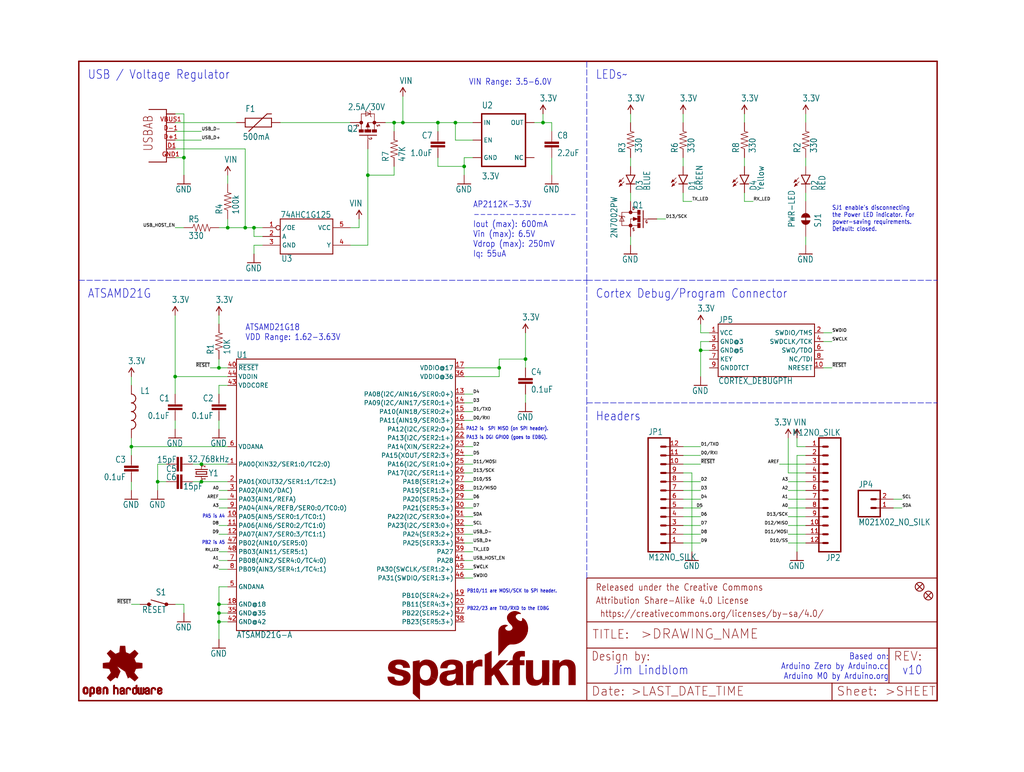
<source format=kicad_sch>
(kicad_sch (version 20211123) (generator eeschema)
  (paper "User" 297.002 223.926)
  (lib_symbols
    (symbol "eagleSchem-eagle-import:0.1UF-16V(+-10%)(0402)"
      (property "Reference" "C" (at 1.524 2.921 0))
      (property "Value" "0.1UF-16V(+-10%)(0402)" (at 1.524 -2.159 0))
      (symbol "0.1UF-16V(+-10%)(0402)_1_0"
        (pin passive line (at 0 5.08 270) (length 2.54) (name "1") (number "1"))
        (pin passive line (at 0 -2.54 90) (length 2.54) (name "2") (number "2"))
      )
    )
    (symbol "eagleSchem-eagle-import:1.0UF-25V-+80{slash}-20(0805){dblquote}"
      (property "Reference" "C" (at 1.524 2.921 0))
      (property "Value" "1.0UF-25V-+80{slash}-20(0805){dblquote}" (at 1.524 -2.159 0))
      (symbol "1.0UF-25V-+80{slash}-20(0805){dblquote}_1_0"
        (pin passive line (at 0 5.08 270) (length 2.54) (name "1") (number "1"))
        (pin passive line (at 0 -2.54 90) (length 2.54) (name "2") (number "2"))
      )
    )
    (symbol "eagleSchem-eagle-import:100KOHM-1{slash}10W-1%(0603)"
      (property "Reference" "R" (at -3.81 1.4986 0))
      (property "Value" "100KOHM-1{slash}10W-1%(0603)" (at -3.81 -3.302 0))
      (symbol "100KOHM-1{slash}10W-1%(0603)_1_0"
        (pin passive line (at -5.08 0 0) (length 2.54) (name "1") (number "1"))
        (pin passive line (at 5.08 0 180) (length 2.54) (name "2") (number "2"))
      )
    )
    (symbol "eagleSchem-eagle-import:10KOHM-1{slash}10W-1%(0603)0603"
      (property "Reference" "R" (at -3.81 1.4986 0))
      (property "Value" "10KOHM-1{slash}10W-1%(0603)0603" (at -3.81 -3.302 0))
      (symbol "10KOHM-1{slash}10W-1%(0603)0603_1_0"
        (pin passive line (at -5.08 0 0) (length 2.54) (name "1") (number "1"))
        (pin passive line (at 5.08 0 180) (length 2.54) (name "2") (number "2"))
      )
    )
    (symbol "eagleSchem-eagle-import:15PF-50V(+-5%)(0402)"
      (property "Reference" "C" (at 1.524 2.921 0))
      (property "Value" "15PF-50V(+-5%)(0402)" (at 1.524 -2.159 0))
      (symbol "15PF-50V(+-5%)(0402)_1_0"
        (pin passive line (at 0 5.08 270) (length 2.54) (name "1") (number "1"))
        (pin passive line (at 0 -2.54 90) (length 2.54) (name "2") (number "2"))
      )
    )
    (symbol "eagleSchem-eagle-import:2.2UF-10V-20%(0603)"
      (property "Reference" "C" (at 1.524 2.921 0))
      (property "Value" "2.2UF-10V-20%(0603)" (at 1.524 -2.159 0))
      (symbol "2.2UF-10V-20%(0603)_1_0"
        (pin passive line (at 0 5.08 270) (length 2.54) (name "1") (number "1"))
        (pin passive line (at 0 -2.54 90) (length 2.54) (name "2") (number "2"))
      )
    )
    (symbol "eagleSchem-eagle-import:3.3V" (power)
      (property "Value" "3.3V" (at -1.016 3.556 0))
      (symbol "3.3V_1_0"
        (pin power_in line (at 0 0 90) (length 2.54) (name "3.3V") (number "1"))
      )
    )
    (symbol "eagleSchem-eagle-import:330OHM1{slash}10W1%(0603)"
      (property "Reference" "R" (at -3.81 1.4986 0))
      (property "Value" "330OHM1{slash}10W1%(0603)" (at -3.81 -3.302 0))
      (symbol "330OHM1{slash}10W1%(0603)_1_0"
        (pin passive line (at -5.08 0 0) (length 2.54) (name "1") (number "1"))
        (pin passive line (at 5.08 0 180) (length 2.54) (name "2") (number "2"))
      )
    )
    (symbol "eagleSchem-eagle-import:47KOHM1{slash}10W1%(0603)"
      (property "Reference" "R" (at -3.81 1.4986 0))
      (property "Value" "47KOHM1{slash}10W1%(0603)" (at -3.81 -3.302 0))
      (symbol "47KOHM1{slash}10W1%(0603)_1_0"
        (pin passive line (at -5.08 0 0) (length 2.54) (name "1") (number "1"))
        (pin passive line (at 5.08 0 180) (length 2.54) (name "2") (number "2"))
      )
    )
    (symbol "eagleSchem-eagle-import:74AHC1G125"
      (property "Reference" "U" (at -7.366 -7.366 0))
      (property "Value" "74AHC1G125" (at -7.62 5.334 0))
      (symbol "74AHC1G125_1_0"
        (pin bidirectional inverted (at -12.7 2.54 0) (length 5.08) (name "/OE") (number "1"))
        (pin bidirectional line (at -12.7 0 0) (length 5.08) (name "A") (number "2"))
        (pin bidirectional line (at -12.7 -2.54 0) (length 5.08) (name "GND") (number "3"))
        (pin bidirectional line (at 12.7 -2.54 180) (length 5.08) (name "Y") (number "4"))
        (pin bidirectional line (at 12.7 2.54 180) (length 5.08) (name "VCC") (number "5"))
      )
    )
    (symbol "eagleSchem-eagle-import:ATSAMD21G-A"
      (property "Reference" "U" (at -30.48 45.974 0))
      (property "Value" "ATSAMD21G-A" (at -30.48 -33.274 0))
      (symbol "ATSAMD21G-A_1_0"
        (pin bidirectional line (at -33.02 15.24 0) (length 2.54) (name "PA00(XIN32/SER1:0/TC2:0)") (number "1"))
        (pin bidirectional line (at -33.02 0 0) (length 2.54) (name "PA05(AIN5/SER0:1/TC0:1)") (number "10"))
        (pin bidirectional line (at -33.02 -2.54 0) (length 2.54) (name "PA06(AIN6/SER0:2/TC1:0)") (number "11"))
        (pin bidirectional line (at -33.02 -5.08 0) (length 2.54) (name "PA07(AIN7/SER0:3/TC1:1)") (number "12"))
        (pin bidirectional line (at 35.56 35.56 180) (length 2.54) (name "PA08(I2C/AIN16/SER0:0+)") (number "13"))
        (pin bidirectional line (at 35.56 33.02 180) (length 2.54) (name "PA09(I2C/AIN17/SER0:1+)") (number "14"))
        (pin bidirectional line (at 35.56 30.48 180) (length 2.54) (name "PA10(AIN18/SER0:2+)") (number "15"))
        (pin bidirectional line (at 35.56 27.94 180) (length 2.54) (name "PA11(AIN19/SER0:3+)") (number "16"))
        (pin bidirectional line (at 35.56 43.18 180) (length 2.54) (name "VDDIO@17") (number "17"))
        (pin bidirectional line (at -33.02 -25.4 0) (length 2.54) (name "GND@18") (number "18"))
        (pin bidirectional line (at 35.56 -22.86 180) (length 2.54) (name "PB10(SER4:2+)") (number "19"))
        (pin bidirectional line (at -33.02 10.16 0) (length 2.54) (name "PA01(XOUT32/SER1:1/TC2:1)") (number "2"))
        (pin bidirectional line (at 35.56 -25.4 180) (length 2.54) (name "PB11(SER4:3+)") (number "20"))
        (pin bidirectional line (at 35.56 25.4 180) (length 2.54) (name "PA12(I2C/SER2:0+)") (number "21"))
        (pin bidirectional line (at 35.56 22.86 180) (length 2.54) (name "PA13(I2C/SER2:1+)") (number "22"))
        (pin bidirectional line (at 35.56 20.32 180) (length 2.54) (name "PA14(XIN/SER2:2+)") (number "23"))
        (pin bidirectional line (at 35.56 17.78 180) (length 2.54) (name "PA15(XOUT/SER2:3+)") (number "24"))
        (pin bidirectional line (at 35.56 15.24 180) (length 2.54) (name "PA16(I2C/SER1:0+)") (number "25"))
        (pin bidirectional line (at 35.56 12.7 180) (length 2.54) (name "PA17(I2C/SER1:1+)") (number "26"))
        (pin bidirectional line (at 35.56 10.16 180) (length 2.54) (name "PA18(SER1:2+)") (number "27"))
        (pin bidirectional line (at 35.56 7.62 180) (length 2.54) (name "PA19(SER1:3+)") (number "28"))
        (pin bidirectional line (at 35.56 5.08 180) (length 2.54) (name "PA20(SER5:2+)") (number "29"))
        (pin bidirectional line (at -33.02 7.62 0) (length 2.54) (name "PA02(AIN0/DAC)") (number "3"))
        (pin bidirectional line (at 35.56 2.54 180) (length 2.54) (name "PA21(SER5:3+)") (number "30"))
        (pin bidirectional line (at 35.56 0 180) (length 2.54) (name "PA22(I2C/SER3:0+)") (number "31"))
        (pin bidirectional line (at 35.56 -2.54 180) (length 2.54) (name "PA23(I2C/SER3:0+)") (number "32"))
        (pin bidirectional line (at 35.56 -5.08 180) (length 2.54) (name "PA24(SER3:2+)") (number "33"))
        (pin bidirectional line (at 35.56 -7.62 180) (length 2.54) (name "PA25(SER3:3+)") (number "34"))
        (pin bidirectional line (at -33.02 -27.94 0) (length 2.54) (name "GND@35") (number "35"))
        (pin bidirectional line (at 35.56 40.64 180) (length 2.54) (name "VDDIO@36") (number "36"))
        (pin bidirectional line (at 35.56 -27.94 180) (length 2.54) (name "PB22(SER5:2+)") (number "37"))
        (pin bidirectional line (at 35.56 -30.48 180) (length 2.54) (name "PB23(SER5:3+)") (number "38"))
        (pin bidirectional line (at 35.56 -10.16 180) (length 2.54) (name "PA27") (number "39"))
        (pin bidirectional line (at -33.02 5.08 0) (length 2.54) (name "PA03(AIN1/REFA)") (number "4"))
        (pin bidirectional line (at -33.02 43.18 0) (length 2.54) (name "~{RESET}") (number "40"))
        (pin bidirectional line (at 35.56 -12.7 180) (length 2.54) (name "PA28") (number "41"))
        (pin bidirectional line (at -33.02 -30.48 0) (length 2.54) (name "GND@42") (number "42"))
        (pin bidirectional line (at -33.02 38.1 0) (length 2.54) (name "VDDCORE") (number "43"))
        (pin bidirectional line (at -33.02 40.64 0) (length 2.54) (name "VDDIN") (number "44"))
        (pin bidirectional line (at 35.56 -15.24 180) (length 2.54) (name "PA30(SWCLK/SER1:2+)") (number "45"))
        (pin bidirectional line (at 35.56 -17.78 180) (length 2.54) (name "PA31(SWDIO/SER1:3+)") (number "46"))
        (pin bidirectional line (at -33.02 -7.62 0) (length 2.54) (name "PB02(AIN10/SER5:0)") (number "47"))
        (pin bidirectional line (at -33.02 -10.16 0) (length 2.54) (name "PB03(AIN11/SER5:1)") (number "48"))
        (pin bidirectional line (at -33.02 -20.32 0) (length 2.54) (name "GNDANA") (number "5"))
        (pin bidirectional line (at -33.02 20.32 0) (length 2.54) (name "VDDANA") (number "6"))
        (pin bidirectional line (at -33.02 -12.7 0) (length 2.54) (name "PB08(AIN2/SER4:0/TC4:0)") (number "7"))
        (pin bidirectional line (at -33.02 -15.24 0) (length 2.54) (name "PB09(AIN3/SER4:1/TC4:1)") (number "8"))
        (pin bidirectional line (at -33.02 2.54 0) (length 2.54) (name "PA04(AIN4/REFB/SER0:0/TC0:0)") (number "9"))
      )
    )
    (symbol "eagleSchem-eagle-import:CORTEX_DEBUGPTH"
      (property "Reference" "JP" (at -12.7 7.874 0))
      (property "Value" "CORTEX_DEBUGPTH" (at -12.7 -7.874 0))
      (symbol "CORTEX_DEBUGPTH_1_0"
        (pin bidirectional line (at -15.24 5.08 0) (length 2.54) (name "VCC") (number "1"))
        (pin bidirectional line (at 17.78 -5.08 180) (length 2.54) (name "NRESET") (number "10"))
        (pin bidirectional line (at 17.78 5.08 180) (length 2.54) (name "SWDIO/TMS") (number "2"))
        (pin bidirectional line (at -15.24 2.54 0) (length 2.54) (name "GND@3") (number "3"))
        (pin bidirectional line (at 17.78 2.54 180) (length 2.54) (name "SWDCLK/TCK") (number "4"))
        (pin bidirectional line (at -15.24 0 0) (length 2.54) (name "GND@5") (number "5"))
        (pin bidirectional line (at 17.78 0 180) (length 2.54) (name "SWO/TDO") (number "6"))
        (pin bidirectional line (at -15.24 -2.54 0) (length 2.54) (name "KEY") (number "7"))
        (pin bidirectional line (at 17.78 -2.54 180) (length 2.54) (name "NC/TDI") (number "8"))
        (pin bidirectional line (at -15.24 -5.08 0) (length 2.54) (name "GNDDTCT") (number "9"))
      )
    )
    (symbol "eagleSchem-eagle-import:CRYSTAL3.2X1.5MM"
      (property "Reference" "Y" (at 2.54 1.016 0))
      (property "Value" "CRYSTAL3.2X1.5MM" (at 2.54 -2.54 0))
      (symbol "CRYSTAL3.2X1.5MM_1_0"
        (text "1" (at -2.159 -1.143 0) (effects (font (size 0.8636 0.734)) (justify left bottom)))
        (text "2" (at 1.524 -1.143 0) (effects (font (size 0.8636 0.734)) (justify left bottom)))
        (pin passive line (at -2.54 0 0) (length 0) (name "1") (number "P$1"))
        (pin passive line (at 2.54 0 180) (length 0) (name "2") (number "P$2"))
      )
    )
    (symbol "eagleSchem-eagle-import:FIDUCIAL1X2")
    (symbol "eagleSchem-eagle-import:FRAME-LETTER"
      (symbol "FRAME-LETTER_2_0"
        (text " https://creativecommons.org/licenses/by-sa/4.0/" (at 2.54 24.13 0) (effects (font (size 1.9304 1.6408)) (justify left bottom)))
        (text ">DRAWING_NAME" (at 15.494 17.78 0) (effects (font (size 2.7432 2.7432)) (justify left bottom)))
        (text ">LAST_DATE_TIME" (at 12.7 1.27 0) (effects (font (size 2.54 2.54)) (justify left bottom)))
        (text ">SHEET" (at 86.36 1.27 0) (effects (font (size 2.54 2.54)) (justify left bottom)))
        (text "Attribution Share-Alike 4.0 License" (at 2.54 27.94 0) (effects (font (size 1.9304 1.6408)) (justify left bottom)))
        (text "Date:" (at 1.27 1.27 0) (effects (font (size 2.54 2.54)) (justify left bottom)))
        (text "Design by:" (at 1.27 11.43 0) (effects (font (size 2.54 2.159)) (justify left bottom)))
        (text "Released under the Creative Commons" (at 2.54 31.75 0) (effects (font (size 1.9304 1.6408)) (justify left bottom)))
        (text "REV:" (at 88.9 11.43 0) (effects (font (size 2.54 2.54)) (justify left bottom)))
        (text "Sheet:" (at 72.39 1.27 0) (effects (font (size 2.54 2.54)) (justify left bottom)))
        (text "TITLE:" (at 1.524 17.78 0) (effects (font (size 2.54 2.54)) (justify left bottom)))
      )
    )
    (symbol "eagleSchem-eagle-import:GND" (power)
      (property "Value" "GND" (at -2.54 -2.54 0))
      (symbol "GND_1_0"
        (pin power_in line (at 0 2.54 270) (length 2.54) (name "GND") (number "1"))
      )
    )
    (symbol "eagleSchem-eagle-import:INDUCTOR0603"
      (property "Reference" "L" (at 2.54 5.08 0))
      (property "Value" "INDUCTOR0603" (at 2.54 -5.08 0))
      (symbol "INDUCTOR0603_1_0"
        (pin passive line (at 0 7.62 270) (length 2.54) (name "1") (number "1"))
        (pin passive line (at 0 -7.62 90) (length 2.54) (name "2") (number "2"))
      )
    )
    (symbol "eagleSchem-eagle-import:JUMPER-PAD-2-NC_BY_TRACENO_SILK"
      (property "Reference" "SJ" (at -2.54 2.54 0))
      (property "Value" "JUMPER-PAD-2-NC_BY_TRACENO_SILK" (at -2.54 -5.08 0))
      (symbol "JUMPER-PAD-2-NC_BY_TRACENO_SILK_1_0"
        (pin passive line (at -5.08 0 0) (length 2.54) (name "1") (number "1"))
        (pin passive line (at 5.08 0 180) (length 2.54) (name "2") (number "2"))
      )
    )
    (symbol "eagleSchem-eagle-import:LED-BLUE0603"
      (property "Reference" "D" (at 3.556 -4.572 90))
      (property "Value" "LED-BLUE0603" (at 5.715 -4.572 90))
      (symbol "LED-BLUE0603_1_0"
        (pin passive line (at 0 2.54 270) (length 2.54) (name "A") (number "A"))
        (pin passive line (at 0 -5.08 90) (length 2.54) (name "C") (number "C"))
      )
    )
    (symbol "eagleSchem-eagle-import:LED-GREEN0603"
      (property "Reference" "D" (at 3.556 -4.572 90))
      (property "Value" "LED-GREEN0603" (at 5.715 -4.572 90))
      (symbol "LED-GREEN0603_1_0"
        (pin passive line (at 0 2.54 270) (length 2.54) (name "A") (number "A"))
        (pin passive line (at 0 -5.08 90) (length 2.54) (name "C") (number "C"))
      )
    )
    (symbol "eagleSchem-eagle-import:LED-RED0603"
      (property "Reference" "D" (at 3.556 -4.572 90))
      (property "Value" "LED-RED0603" (at 5.715 -4.572 90))
      (symbol "LED-RED0603_1_0"
        (pin passive line (at 0 2.54 270) (length 2.54) (name "A") (number "A"))
        (pin passive line (at 0 -5.08 90) (length 2.54) (name "C") (number "C"))
      )
    )
    (symbol "eagleSchem-eagle-import:LED-YELLOW0603"
      (property "Reference" "D" (at 3.556 -4.572 90))
      (property "Value" "LED-YELLOW0603" (at 5.715 -4.572 90))
      (symbol "LED-YELLOW0603_1_0"
        (pin passive line (at 0 2.54 270) (length 2.54) (name "A") (number "A"))
        (pin passive line (at 0 -5.08 90) (length 2.54) (name "C") (number "C"))
      )
    )
    (symbol "eagleSchem-eagle-import:M021X02_NO_SILK"
      (property "Reference" "JP" (at -2.54 5.842 0))
      (property "Value" "M021X02_NO_SILK" (at -2.54 -5.08 0))
      (symbol "M021X02_NO_SILK_1_0"
        (pin passive line (at 7.62 0 180) (length 5.08) (name "1") (number "1"))
        (pin passive line (at 7.62 2.54 180) (length 5.08) (name "2") (number "2"))
      )
    )
    (symbol "eagleSchem-eagle-import:M12NO_SILK"
      (property "Reference" "JP" (at 0 16.002 0))
      (property "Value" "M12NO_SILK" (at 0 -20.32 0))
      (symbol "M12NO_SILK_1_0"
        (pin passive line (at 10.16 -15.24 180) (length 5.08) (name "1") (number "1"))
        (pin passive line (at 10.16 7.62 180) (length 5.08) (name "10") (number "10"))
        (pin passive line (at 10.16 10.16 180) (length 5.08) (name "11") (number "11"))
        (pin passive line (at 10.16 12.7 180) (length 5.08) (name "12") (number "12"))
        (pin passive line (at 10.16 -12.7 180) (length 5.08) (name "2") (number "2"))
        (pin passive line (at 10.16 -10.16 180) (length 5.08) (name "3") (number "3"))
        (pin passive line (at 10.16 -7.62 180) (length 5.08) (name "4") (number "4"))
        (pin passive line (at 10.16 -5.08 180) (length 5.08) (name "5") (number "5"))
        (pin passive line (at 10.16 -2.54 180) (length 5.08) (name "6") (number "6"))
        (pin passive line (at 10.16 0 180) (length 5.08) (name "7") (number "7"))
        (pin passive line (at 10.16 2.54 180) (length 5.08) (name "8") (number "8"))
        (pin passive line (at 10.16 5.08 180) (length 5.08) (name "9") (number "9"))
      )
    )
    (symbol "eagleSchem-eagle-import:MOSFET-NCHANNEL2N7002PW"
      (property "Reference" "Q" (at 5.08 2.54 0))
      (property "Value" "MOSFET-NCHANNEL2N7002PW" (at 5.08 0 0))
      (symbol "MOSFET-NCHANNEL2N7002PW_1_0"
        (text "D" (at -1.27 2.54 0) (effects (font (size 0.8128 0.6908)) (justify left bottom)))
        (text "G" (at -5.08 -1.27 0) (effects (font (size 0.8128 0.6908)) (justify left bottom)))
        (text "S" (at -1.27 -3.556 0) (effects (font (size 0.8128 0.6908)) (justify left bottom)))
        (pin passive line (at -7.62 0 0) (length 2.54) (name "G") (number "1"))
        (pin passive line (at 0 -5.08 90) (length 2.54) (name "S") (number "2"))
        (pin passive line (at 0 5.08 270) (length 2.54) (name "D") (number "3"))
      )
    )
    (symbol "eagleSchem-eagle-import:MOSFET-PCHANNELDMG2307L"
      (property "Reference" "Q" (at 5.08 2.54 0))
      (property "Value" "MOSFET-PCHANNELDMG2307L" (at 5.08 0 0))
      (symbol "MOSFET-PCHANNELDMG2307L_1_0"
        (text "D" (at -1.27 2.54 0) (effects (font (size 0.8128 0.6908)) (justify left bottom)))
        (text "G" (at -5.08 -1.27 0) (effects (font (size 0.8128 0.6908)) (justify left bottom)))
        (text "S" (at -1.27 -3.556 0) (effects (font (size 0.8128 0.6908)) (justify left bottom)))
        (pin passive line (at -7.62 0 0) (length 2.54) (name "G") (number "1"))
        (pin passive line (at 0 -5.08 90) (length 2.54) (name "S") (number "2"))
        (pin passive line (at 0 5.08 270) (length 2.54) (name "D") (number "3"))
      )
    )
    (symbol "eagleSchem-eagle-import:OSHW-LOGOS")
    (symbol "eagleSchem-eagle-import:PTCSMD"
      (property "Reference" "F" (at -2.54 3.048 0))
      (property "Value" "PTCSMD" (at -3.302 -5.08 0))
      (symbol "PTCSMD_1_0"
        (pin bidirectional line (at -5.08 0 0) (length 2.54) (name "1") (number "1"))
        (pin bidirectional line (at 7.62 0 180) (length 2.54) (name "2") (number "2"))
      )
    )
    (symbol "eagleSchem-eagle-import:SFE_LOGO_FLAME.1_INCH")
    (symbol "eagleSchem-eagle-import:SFE_LOGO_NAME_FLAME.1_INCH")
    (symbol "eagleSchem-eagle-import:SWITCH-MOMENTARY-2SMD-4.6X2.8MM"
      (property "Reference" "S" (at -2.54 2.54 0))
      (property "Value" "SWITCH-MOMENTARY-2SMD-4.6X2.8MM" (at -2.54 -2.54 0))
      (symbol "SWITCH-MOMENTARY-2SMD-4.6X2.8MM_1_0"
        (pin passive line (at -5.08 0 0) (length 2.54) (name "1") (number "1"))
        (pin passive line (at -5.08 0 0) (length 2.54) (name "1") (number "2"))
        (pin passive line (at 5.08 0 180) (length 2.54) (name "2") (number "3"))
        (pin passive line (at 5.08 0 180) (length 2.54) (name "2") (number "4"))
      )
    )
    (symbol "eagleSchem-eagle-import:USB-ABCONN-11794"
      (symbol "USB-ABCONN-11794_1_0"
        (text "USBAB" (at 1.27 -7.366 900) (effects (font (size 2.54 2.159)) (justify left bottom)))
        (pin bidirectional line (at -5.08 0 0) (length 2.54) (name "D+") (number "D+1"))
        (pin bidirectional line (at -5.08 -2.54 0) (length 2.54) (name "D-") (number "D-1"))
        (pin bidirectional line (at -5.08 5.08 0) (length 2.54) (name "GND") (number "GND1"))
        (pin bidirectional line (at -5.08 2.54 0) (length 2.54) (name "USBID") (number "ID1"))
        (pin bidirectional line (at -5.08 -7.62 0) (length 2.54) (name "SHIELD") (number "SHIELD1"))
        (pin bidirectional line (at -5.08 -7.62 0) (length 2.54) (name "SHIELD") (number "SHIELD2"))
        (pin bidirectional line (at -5.08 -7.62 0) (length 2.54) (name "SHIELD") (number "SHIELD3"))
        (pin bidirectional line (at -5.08 -5.08 0) (length 2.54) (name "VBUS") (number "VBUS1"))
      )
    )
    (symbol "eagleSchem-eagle-import:VIN" (power)
      (property "Value" "VIN" (at -1.016 3.556 0))
      (symbol "VIN_1_0"
        (pin power_in line (at 0 0 90) (length 2.54) (name "VIN") (number "1"))
      )
    )
    (symbol "eagleSchem-eagle-import:V_REG_AP2112K-3.3V"
      (property "Reference" "U" (at -7.62 9.144 0))
      (property "Value" "V_REG_AP2112K-3.3V" (at -7.62 -11.43 0))
      (symbol "V_REG_AP2112K-3.3V_1_0"
        (pin input line (at -10.16 5.08 0) (length 2.54) (name "IN") (number "1"))
        (pin input line (at -10.16 -5.08 0) (length 2.54) (name "GND") (number "2"))
        (pin input line (at -10.16 0 0) (length 2.54) (name "EN") (number "3"))
        (pin input line (at 7.62 -5.08 180) (length 2.54) (name "NC") (number "4"))
        (pin passive line (at 7.62 5.08 180) (length 2.54) (name "OUT") (number "5"))
      )
    )
  )
  (junction (at 66.04 66.04))
  (junction (at 38.1 129.54))
  (junction (at 58.42 139.7))
  (junction (at 157.48 35.56))
  (junction (at 71.12 66.04))
  (junction (at 127 35.56))
  (junction (at 203.2 101.6))
  (junction (at 63.5 106.68))
  (junction (at 134.62 48.26))
  (junction (at 114.3 35.56))
  (junction (at 63.5 180.34))
  (junction (at 152.4 104.14))
  (junction (at 73.66 66.04))
  (junction (at 45.72 139.7))
  (junction (at 50.8 109.22))
  (junction (at 116.84 35.56))
  (junction (at 106.68 50.8))
  (junction (at 63.5 177.8))
  (junction (at 53.34 45.72))
  (junction (at 144.78 106.68))
  (junction (at 63.5 175.26))
  (junction (at 132.08 35.56))
  (junction (at 58.42 134.62))
  (wire (pts (xy 215.9 33.02) (xy 215.9 35.56)))
  (wire (pts (xy 81.28 35.56) (xy 101.6 35.56)))
  (wire (pts (xy 205.74 99.06) (xy 203.2 99.06)))
  (wire (pts (xy 203.2 99.06) (xy 203.2 101.6)))
  (wire (pts (xy 182.88 58.42) (xy 182.88 55.88)))
  (wire (pts (xy 63.5 111.76) (xy 63.5 114.3)))
  (wire (pts (xy 134.62 106.68) (xy 144.78 106.68)))
  (wire (pts (xy 198.12 129.54) (xy 203.2 129.54)))
  (wire (pts (xy 66.04 160.02) (xy 63.5 160.02)))
  (wire (pts (xy 134.62 142.24) (xy 137.16 142.24)))
  (wire (pts (xy 38.1 142.24) (xy 38.1 139.7)))
  (wire (pts (xy 144.78 104.14) (xy 152.4 104.14)))
  (wire (pts (xy 127 48.26) (xy 134.62 48.26)))
  (wire (pts (xy 198.12 147.32) (xy 203.2 147.32)))
  (wire (pts (xy 198.12 154.94) (xy 203.2 154.94)))
  (wire (pts (xy 198.12 55.88) (xy 198.12 58.42)))
  (wire (pts (xy 63.5 106.68) (xy 63.5 104.14)))
  (wire (pts (xy 198.12 45.72) (xy 198.12 48.26)))
  (wire (pts (xy 215.9 55.88) (xy 215.9 58.42)))
  (wire (pts (xy 137.16 45.72) (xy 134.62 45.72)))
  (wire (pts (xy 233.68 132.08) (xy 231.14 132.08)))
  (wire (pts (xy 205.74 96.52) (xy 203.2 96.52)))
  (wire (pts (xy 73.66 68.58) (xy 73.66 66.04)))
  (wire (pts (xy 233.68 149.86) (xy 228.6 149.86)))
  (wire (pts (xy 50.8 33.02) (xy 53.34 33.02)))
  (wire (pts (xy 198.12 157.48) (xy 203.2 157.48)))
  (wire (pts (xy 233.68 33.02) (xy 233.68 35.56)))
  (wire (pts (xy 50.8 40.64) (xy 58.42 40.64)))
  (wire (pts (xy 198.12 33.02) (xy 198.12 35.56)))
  (wire (pts (xy 182.88 45.72) (xy 182.88 48.26)))
  (polyline (pts (xy 170.18 81.28) (xy 271.78 81.28)))
  (wire (pts (xy 66.04 144.78) (xy 63.5 144.78)))
  (wire (pts (xy 259.08 144.78) (xy 261.62 144.78)))
  (wire (pts (xy 134.62 165.1) (xy 137.16 165.1)))
  (wire (pts (xy 53.34 45.72) (xy 53.34 50.8)))
  (wire (pts (xy 63.5 180.34) (xy 63.5 185.42)))
  (wire (pts (xy 63.5 175.26) (xy 63.5 177.8)))
  (wire (pts (xy 71.12 66.04) (xy 66.04 66.04)))
  (wire (pts (xy 132.08 35.56) (xy 137.16 35.56)))
  (wire (pts (xy 66.04 66.04) (xy 63.5 66.04)))
  (wire (pts (xy 233.68 152.4) (xy 228.6 152.4)))
  (wire (pts (xy 134.62 48.26) (xy 134.62 50.8)))
  (wire (pts (xy 198.12 144.78) (xy 203.2 144.78)))
  (wire (pts (xy 50.8 109.22) (xy 50.8 114.3)))
  (wire (pts (xy 50.8 109.22) (xy 50.8 91.44)))
  (wire (pts (xy 66.04 109.22) (xy 50.8 109.22)))
  (wire (pts (xy 238.76 99.06) (xy 241.3 99.06)))
  (wire (pts (xy 71.12 66.04) (xy 71.12 43.18)))
  (wire (pts (xy 45.72 134.62) (xy 45.72 139.7)))
  (wire (pts (xy 76.2 71.12) (xy 73.66 71.12)))
  (wire (pts (xy 132.08 40.64) (xy 132.08 35.56)))
  (wire (pts (xy 200.66 137.16) (xy 200.66 160.02)))
  (wire (pts (xy 160.02 35.56) (xy 160.02 38.1)))
  (polyline (pts (xy 170.18 116.84) (xy 271.78 116.84)))
  (wire (pts (xy 66.04 162.56) (xy 63.5 162.56)))
  (wire (pts (xy 66.04 147.32) (xy 63.5 147.32)))
  (wire (pts (xy 50.8 175.26) (xy 53.34 175.26)))
  (wire (pts (xy 203.2 96.52) (xy 203.2 93.98)))
  (wire (pts (xy 55.88 139.7) (xy 58.42 139.7)))
  (wire (pts (xy 134.62 147.32) (xy 137.16 147.32)))
  (wire (pts (xy 58.42 134.62) (xy 55.88 134.62)))
  (wire (pts (xy 106.68 50.8) (xy 106.68 43.18)))
  (wire (pts (xy 48.26 134.62) (xy 45.72 134.62)))
  (wire (pts (xy 152.4 104.14) (xy 152.4 106.68)))
  (wire (pts (xy 134.62 157.48) (xy 137.16 157.48)))
  (wire (pts (xy 134.62 152.4) (xy 137.16 152.4)))
  (wire (pts (xy 134.62 132.08) (xy 137.16 132.08)))
  (wire (pts (xy 198.12 149.86) (xy 203.2 149.86)))
  (wire (pts (xy 53.34 66.04) (xy 50.8 66.04)))
  (wire (pts (xy 104.14 66.04) (xy 104.14 63.5)))
  (wire (pts (xy 134.62 134.62) (xy 137.16 134.62)))
  (wire (pts (xy 215.9 45.72) (xy 215.9 48.26)))
  (wire (pts (xy 233.68 68.58) (xy 233.68 71.12)))
  (wire (pts (xy 48.26 139.7) (xy 45.72 139.7)))
  (polyline (pts (xy 170.18 167.64) (xy 170.18 116.84)))
  (wire (pts (xy 228.6 137.16) (xy 228.6 127)))
  (wire (pts (xy 111.76 35.56) (xy 114.3 35.56)))
  (wire (pts (xy 198.12 134.62) (xy 203.2 134.62)))
  (wire (pts (xy 134.62 144.78) (xy 137.16 144.78)))
  (wire (pts (xy 238.76 106.68) (xy 241.3 106.68)))
  (wire (pts (xy 76.2 68.58) (xy 73.66 68.58)))
  (wire (pts (xy 233.68 142.24) (xy 228.6 142.24)))
  (wire (pts (xy 40.64 175.26) (xy 38.1 175.26)))
  (wire (pts (xy 134.62 162.56) (xy 137.16 162.56)))
  (wire (pts (xy 38.1 111.76) (xy 38.1 109.22)))
  (wire (pts (xy 66.04 142.24) (xy 63.5 142.24)))
  (wire (pts (xy 127 38.1) (xy 127 35.56)))
  (polyline (pts (xy 170.18 81.28) (xy 170.18 17.78)))
  (wire (pts (xy 152.4 104.14) (xy 152.4 96.52)))
  (wire (pts (xy 134.62 137.16) (xy 137.16 137.16)))
  (wire (pts (xy 66.04 170.18) (xy 63.5 170.18)))
  (wire (pts (xy 233.68 147.32) (xy 228.6 147.32)))
  (wire (pts (xy 76.2 66.04) (xy 73.66 66.04)))
  (wire (pts (xy 63.5 121.92) (xy 63.5 124.46)))
  (polyline (pts (xy 170.18 116.84) (xy 170.18 81.28)))
  (wire (pts (xy 190.5 63.5) (xy 193.04 63.5)))
  (wire (pts (xy 203.2 101.6) (xy 203.2 109.22)))
  (wire (pts (xy 66.04 53.34) (xy 66.04 50.8)))
  (wire (pts (xy 66.04 66.04) (xy 66.04 63.5)))
  (wire (pts (xy 66.04 177.8) (xy 63.5 177.8)))
  (wire (pts (xy 198.12 139.7) (xy 203.2 139.7)))
  (wire (pts (xy 233.68 45.72) (xy 233.68 48.26)))
  (wire (pts (xy 38.1 132.08) (xy 38.1 129.54)))
  (wire (pts (xy 182.88 33.02) (xy 182.88 35.56)))
  (wire (pts (xy 233.68 154.94) (xy 228.6 154.94)))
  (wire (pts (xy 116.84 35.56) (xy 116.84 27.94)))
  (wire (pts (xy 71.12 43.18) (xy 50.8 43.18)))
  (wire (pts (xy 114.3 35.56) (xy 114.3 38.1)))
  (wire (pts (xy 231.14 129.54) (xy 231.14 127)))
  (wire (pts (xy 114.3 35.56) (xy 116.84 35.56)))
  (wire (pts (xy 66.04 180.34) (xy 63.5 180.34)))
  (wire (pts (xy 66.04 175.26) (xy 63.5 175.26)))
  (wire (pts (xy 66.04 152.4) (xy 63.5 152.4)))
  (wire (pts (xy 238.76 96.52) (xy 241.3 96.52)))
  (wire (pts (xy 53.34 175.26) (xy 53.34 177.8)))
  (wire (pts (xy 134.62 121.92) (xy 137.16 121.92)))
  (wire (pts (xy 134.62 116.84) (xy 137.16 116.84)))
  (wire (pts (xy 63.5 177.8) (xy 63.5 180.34)))
  (wire (pts (xy 50.8 38.1) (xy 58.42 38.1)))
  (wire (pts (xy 58.42 139.7) (xy 66.04 139.7)))
  (wire (pts (xy 127 35.56) (xy 132.08 35.56)))
  (wire (pts (xy 233.68 137.16) (xy 228.6 137.16)))
  (wire (pts (xy 134.62 149.86) (xy 137.16 149.86)))
  (wire (pts (xy 50.8 45.72) (xy 53.34 45.72)))
  (wire (pts (xy 116.84 35.56) (xy 127 35.56)))
  (wire (pts (xy 134.62 154.94) (xy 137.16 154.94)))
  (wire (pts (xy 66.04 134.62) (xy 58.42 134.62)))
  (wire (pts (xy 233.68 157.48) (xy 228.6 157.48)))
  (wire (pts (xy 233.68 144.78) (xy 228.6 144.78)))
  (wire (pts (xy 154.94 35.56) (xy 157.48 35.56)))
  (wire (pts (xy 259.08 147.32) (xy 261.62 147.32)))
  (wire (pts (xy 134.62 129.54) (xy 137.16 129.54)))
  (wire (pts (xy 66.04 106.68) (xy 63.5 106.68)))
  (wire (pts (xy 205.74 101.6) (xy 203.2 101.6)))
  (wire (pts (xy 233.68 129.54) (xy 231.14 129.54)))
  (polyline (pts (xy 22.86 81.28) (xy 170.18 81.28)))
  (wire (pts (xy 134.62 167.64) (xy 137.16 167.64)))
  (wire (pts (xy 134.62 45.72) (xy 134.62 48.26)))
  (wire (pts (xy 73.66 71.12) (xy 73.66 73.66)))
  (wire (pts (xy 66.04 154.94) (xy 63.5 154.94)))
  (wire (pts (xy 66.04 111.76) (xy 63.5 111.76)))
  (wire (pts (xy 198.12 132.08) (xy 203.2 132.08)))
  (wire (pts (xy 215.9 58.42) (xy 218.44 58.42)))
  (wire (pts (xy 68.58 35.56) (xy 50.8 35.56)))
  (wire (pts (xy 198.12 152.4) (xy 203.2 152.4)))
  (wire (pts (xy 53.34 33.02) (xy 53.34 45.72)))
  (wire (pts (xy 157.48 35.56) (xy 157.48 33.02)))
  (wire (pts (xy 73.66 66.04) (xy 71.12 66.04)))
  (wire (pts (xy 63.5 170.18) (xy 63.5 175.26)))
  (wire (pts (xy 198.12 137.16) (xy 200.66 137.16)))
  (wire (pts (xy 233.68 58.42) (xy 233.68 55.88)))
  (wire (pts (xy 134.62 114.3) (xy 137.16 114.3)))
  (wire (pts (xy 144.78 109.22) (xy 144.78 106.68)))
  (wire (pts (xy 157.48 35.56) (xy 160.02 35.56)))
  (wire (pts (xy 66.04 129.54) (xy 38.1 129.54)))
  (wire (pts (xy 233.68 139.7) (xy 228.6 139.7)))
  (wire (pts (xy 137.16 40.64) (xy 132.08 40.64)))
  (wire (pts (xy 233.68 134.62) (xy 226.06 134.62)))
  (wire (pts (xy 231.14 132.08) (xy 231.14 160.02)))
  (wire (pts (xy 134.62 160.02) (xy 137.16 160.02)))
  (wire (pts (xy 152.4 116.84) (xy 152.4 114.3)))
  (wire (pts (xy 134.62 119.38) (xy 137.16 119.38)))
  (wire (pts (xy 160.02 50.8) (xy 160.02 45.72)))
  (wire (pts (xy 114.3 48.26) (xy 114.3 50.8)))
  (wire (pts (xy 101.6 71.12) (xy 106.68 71.12)))
  (wire (pts (xy 198.12 58.42) (xy 200.66 58.42)))
  (wire (pts (xy 50.8 124.46) (xy 50.8 121.92)))
  (wire (pts (xy 144.78 106.68) (xy 144.78 104.14)))
  (wire (pts (xy 134.62 109.22) (xy 144.78 109.22)))
  (wire (pts (xy 114.3 50.8) (xy 106.68 50.8)))
  (wire (pts (xy 182.88 71.12) (xy 182.88 68.58)))
  (wire (pts (xy 101.6 66.04) (xy 104.14 66.04)))
  (wire (pts (xy 127 45.72) (xy 127 48.26)))
  (wire (pts (xy 66.04 165.1) (xy 63.5 165.1)))
  (wire (pts (xy 63.5 106.68) (xy 60.96 106.68)))
  (wire (pts (xy 106.68 71.12) (xy 106.68 50.8)))
  (wire (pts (xy 134.62 139.7) (xy 137.16 139.7)))
  (wire (pts (xy 45.72 139.7) (xy 45.72 142.24)))
  (wire (pts (xy 63.5 91.44) (xy 63.5 93.98)))
  (wire (pts (xy 38.1 129.54) (xy 38.1 127)))
  (wire (pts (xy 198.12 142.24) (xy 203.2 142.24)))
  (text "ATSAMD21G" (at 25.4 83.82 180) (effects (font (size 2.54 2.159)) (justify left top)))
  (text "Cortex Debug/Program Connector" (at 172.72 83.82 180) (effects (font (size 2.54 2.159)) (justify left top)))
  (text "Based on:\nArduino Zero by Arduino.cc\nArduino M0 by Arduino.org" (at 257.81 189.484 0) (effects (font (size 1.778 1.5113)) (justify right top)))
  (text "VIN Range: 3.5-6.0V" (at 160.02 22.86 180) (effects (font (size 1.778 1.5113)) (justify right top)))
  (text "Jim Lindblom" (at 177.8 193.04 180) (effects (font (size 2.54 2.159)) (justify left top)))
  (text "SJ1 enable's disconnecting\nthe Power LED indicator. For\npower-saving requirements.\nDefault: closed." (at 241.3 63.5 0) (effects (font (size 1.27 1.0795)) (justify left)))
  (text "LEDs~~{}" (at 172.72 20.32 180) (effects (font (size 2.54 2.159)) (justify left top)))
  (text "PB22/23 are TXD/RXD to the EDBG" (at 135.382 176.022 180) (effects (font (size 1.016 0.8636)) (justify left top)))
  (text "PB10/11 are MOSI/SCK to SPI header." (at 135.382 170.942 180) (effects (font (size 1.016 0.8636)) (justify left top)))
  (text "v10" (at 261.62 193.04 180) (effects (font (size 2.54 2.159)) (justify left top)))
  (text "AP2112K-3.3V\n----------------\nIout (max): 600mA\nVin (max): 6.5V\nVdrop (max): 250mV\nIq: 55uA" (at 137.16 58.42 0) (effects (font (size 1.778 1.5113)) (justify left top)))
  (text "Headers" (at 172.72 119.38 180) (effects (font (size 2.54 2.159)) (justify left top)))
  (text "PA13 is DGI GPIO0 (goes to EDBG)." (at 135.128 127 180) (effects (font (size 1.016 0.8636)) (justify left)))
  (text "ATSAMD21G18\nVDD Range: 1.62-3.63V" (at 71.12 96.52 180) (effects (font (size 1.778 1.5113)) (justify left)))
  (text "PA12 is  SPI MISO (on SPI header)." (at 135.128 124.46 180) (effects (font (size 1.016 0.8636)) (justify left)))
  (text "USB / Voltage Regulator" (at 25.4 20.32 180) (effects (font (size 2.54 2.159)) (justify left top)))
  (text "PA5 is A4" (at 65.278 149.86 180) (effects (font (size 1.016 0.8636)) (justify right)))
  (text "PB2 is A5" (at 65.278 157.48 180) (effects (font (size 1.016 0.8636)) (justify right)))
  (label "D8" (at 203.2 154.94 0) (effects (font (size 0.889 0.889))))
  (label "D4" (at 137.16 114.3 0) (effects (font (size 0.889 0.889))))
  (label "D3" (at 203.2 142.24 0) (effects (font (size 0.889 0.889))))
  (label "TX_LED" (at 137.16 160.02 0) (effects (font (size 0.889 0.889))))
  (label "~{RESET}" (at 241.3 106.68 0) (effects (font (size 0.889 0.889))))
  (label "D1/TXO" (at 203.2 129.54 0) (effects (font (size 0.889 0.889))))
  (label "TX_LED" (at 200.66 58.42 0) (effects (font (size 0.889 0.889))))
  (label "SWCLK" (at 241.3 99.06 0) (effects (font (size 0.889 0.889))))
  (label "SWCLK" (at 137.16 165.1 0) (effects (font (size 0.889 0.889))))
  (label "D5" (at 201.93 147.32 0) (effects (font (size 0.889 0.889))))
  (label "D13/SCK" (at 137.16 137.16 0) (effects (font (size 0.889 0.889))))
  (label "D12/MISO" (at 228.6 152.4 180) (effects (font (size 0.889 0.889))))
  (label "A2" (at 228.6 142.24 180) (effects (font (size 0.889 0.889))))
  (label "D1/TXO" (at 137.16 119.38 0) (effects (font (size 0.889 0.889))))
  (label "D3" (at 137.16 116.84 0) (effects (font (size 0.889 0.889))))
  (label "D4" (at 203.2 144.78 0) (effects (font (size 0.889 0.889))))
  (label "USB_D+" (at 58.42 40.64 0) (effects (font (size 0.889 0.889))))
  (label "AREF" (at 226.06 134.62 180) (effects (font (size 0.889 0.889))))
  (label "D0/RXI" (at 203.2 132.08 0) (effects (font (size 0.889 0.889))))
  (label "D2" (at 203.2 139.7 0) (effects (font (size 0.889 0.889))))
  (label "A0" (at 228.6 147.32 180) (effects (font (size 0.889 0.889))))
  (label "A3" (at 63.5 147.32 180) (effects (font (size 0.889 0.889))))
  (label "D5" (at 137.16 132.08 0) (effects (font (size 0.889 0.889))))
  (label "D11/MOSI" (at 137.16 134.62 0) (effects (font (size 0.889 0.889))))
  (label "SWDIO" (at 137.16 167.64 0) (effects (font (size 0.889 0.889))))
  (label "SWDIO" (at 241.3 96.52 0) (effects (font (size 0.889 0.889))))
  (label "USB_HOST_EN" (at 137.16 162.56 0) (effects (font (size 0.889 0.889))))
  (label "~{RESET}" (at 38.1 175.26 180) (effects (font (size 0.889 0.889))))
  (label "A1" (at 63.5 162.56 180) (effects (font (size 0.889 0.889))))
  (label "D9" (at 63.5 154.94 180) (effects (font (size 0.889 0.889))))
  (label "SCL" (at 261.62 144.78 0) (effects (font (size 0.889 0.889))))
  (label "SCL" (at 137.16 152.4 0) (effects (font (size 0.889 0.889))))
  (label "RX_LED" (at 63.5 160.02 180) (effects (font (size 0.7112 0.7112))))
  (label "D12/MISO" (at 137.16 142.24 0) (effects (font (size 0.889 0.889))))
  (label "D10/SS" (at 228.6 157.48 180) (effects (font (size 0.889 0.889))))
  (label "AREF" (at 63.5 144.78 180) (effects (font (size 0.889 0.889))))
  (label "D11/MOSI" (at 228.6 154.94 180) (effects (font (size 0.889 0.889))))
  (label "USB_D+" (at 137.16 157.48 0) (effects (font (size 0.889 0.889))))
  (label "D13/SCK" (at 193.04 63.5 0) (effects (font (size 0.889 0.889))))
  (label "D2" (at 137.16 129.54 0) (effects (font (size 0.889 0.889))))
  (label "A2" (at 63.5 165.1 180) (effects (font (size 0.889 0.889))))
  (label "D9" (at 203.2 157.48 0) (effects (font (size 0.889 0.889))))
  (label "USB_HOST_EN" (at 50.8 66.04 180) (effects (font (size 0.889 0.889))))
  (label "A3" (at 228.6 139.7 180) (effects (font (size 0.889 0.889))))
  (label "D6" (at 137.16 144.78 0) (effects (font (size 0.889 0.889))))
  (label "USB_D-" (at 137.16 154.94 0) (effects (font (size 0.889 0.889))))
  (label "SDA" (at 137.16 149.86 0) (effects (font (size 0.889 0.889))))
  (label "D13/SCK" (at 228.6 149.86 180) (effects (font (size 0.889 0.889))))
  (label "D7" (at 137.16 147.32 0) (effects (font (size 0.889 0.889))))
  (label "~{RESET}" (at 203.2 134.62 0) (effects (font (size 0.889 0.889))))
  (label "~{RESET}" (at 60.96 106.68 180) (effects (font (size 0.889 0.889))))
  (label "RX_LED" (at 218.44 58.42 0) (effects (font (size 0.889 0.889))))
  (label "SDA" (at 261.62 147.32 0) (effects (font (size 0.889 0.889))))
  (label "A1" (at 228.6 144.78 180) (effects (font (size 0.889 0.889))))
  (label "D6" (at 203.2 149.86 0) (effects (font (size 0.889 0.889))))
  (label "D0/RXI" (at 137.16 121.92 0) (effects (font (size 0.889 0.889))))
  (label "USB_D-" (at 58.42 38.1 0) (effects (font (size 0.889 0.889))))
  (label "D7" (at 203.2 152.4 0) (effects (font (size 0.889 0.889))))
  (label "D8" (at 63.5 152.4 180) (effects (font (size 0.889 0.889))))
  (label "D10/SS" (at 137.16 139.7 0) (effects (font (size 0.889 0.889))))
  (label "A0" (at 63.5 142.24 180) (effects (font (size 0.889 0.889))))
  (symbol (lib_id "eagleSchem-eagle-import:74AHC1G125") (at 88.9 68.58 0) (unit 1)
    (property "Reference" "U3" (at 81.534 75.946 0) (effects (font (size 1.778 1.5113)) (justify left bottom)))
    (property "Value" "74AHC1G125" (at 81.28 63.246 0) (effects (font (size 1.778 1.5113)) (justify left bottom)))
    (property "Footprint" "eagleSchem:SOT23-5" (effects hide))
  )
  (symbol (lib_id "eagleSchem-eagle-import:LED-BLUE0603") (at 182.88 50.8 0) (unit 1)
    (property "Reference" "D3" (at 186.436 55.372 90) (effects (font (size 1.778 1.5113)) (justify left bottom)))
    (property "Value" "BLUE" (at 188.595 55.372 90) (effects (font (size 1.778 1.5113)) (justify left bottom)))
    (property "Footprint" "eagleSchem:LED-0603" (effects hide))
  )
  (symbol (lib_id "eagleSchem-eagle-import:0.1UF-16V(+-10%)(0402)") (at 50.8 119.38 0) (mirror y) (unit 1)
    (property "Reference" "C1" (at 49.276 116.459 0) (effects (font (size 1.778 1.5113)) (justify left bottom)))
    (property "Value" "0.1uF" (at 49.276 121.539 0) (effects (font (size 1.778 1.5113)) (justify left bottom)))
    (property "Footprint" "eagleSchem:0402-CAP" (effects hide))
  )
  (symbol (lib_id "eagleSchem-eagle-import:GND") (at 182.88 73.66 0) (unit 1)
    (property "Reference" "#GND15" (effects hide))
    (property "Value" "GND" (at 180.34 76.2 0) (effects (font (size 1.778 1.5113)) (justify left bottom)))
    (property "Footprint" "eagleSchem:" (effects hide))
  )
  (symbol (lib_id "eagleSchem-eagle-import:MOSFET-NCHANNEL2N7002PW") (at 182.88 63.5 0) (mirror y) (unit 1)
    (property "Reference" "Q1" (at 183.388 60.452 0) (effects (font (size 1.778 1.5113)) (justify right bottom)))
    (property "Value" "2N7002PW" (at 179.07 56.896 90) (effects (font (size 1.778 1.5113)) (justify right top)))
    (property "Footprint" "eagleSchem:SOT323" (effects hide))
  )
  (symbol (lib_id "eagleSchem-eagle-import:LED-YELLOW0603") (at 215.9 50.8 0) (unit 1)
    (property "Reference" "D4" (at 219.456 55.372 90) (effects (font (size 1.778 1.5113)) (justify left bottom)))
    (property "Value" "Yellow" (at 221.615 55.372 90) (effects (font (size 1.778 1.5113)) (justify left bottom)))
    (property "Footprint" "eagleSchem:LED-0603" (effects hide))
  )
  (symbol (lib_id "eagleSchem-eagle-import:OSHW-LOGOS") (at 35.56 193.04 0) (unit 1)
    (property "Reference" "LOGO2" (effects hide))
    (property "Value" "OSHW-LOGOS" (effects hide))
    (property "Footprint" "eagleSchem:OSHW-LOGO-S" (effects hide))
  )
  (symbol (lib_id "eagleSchem-eagle-import:3.3V") (at 50.8 91.44 0) (unit 1)
    (property "Reference" "#SUPPLY2" (effects hide))
    (property "Value" "3.3V" (at 49.784 87.884 0) (effects (font (size 1.778 1.5113)) (justify left bottom)))
    (property "Footprint" "eagleSchem:" (effects hide))
  )
  (symbol (lib_id "eagleSchem-eagle-import:GND") (at 50.8 127 0) (unit 1)
    (property "Reference" "#GND2" (effects hide))
    (property "Value" "GND" (at 48.26 129.54 0) (effects (font (size 1.778 1.5113)) (justify left bottom)))
    (property "Footprint" "eagleSchem:" (effects hide))
  )
  (symbol (lib_id "eagleSchem-eagle-import:3.3V") (at 215.9 33.02 0) (unit 1)
    (property "Reference" "#SUPPLY13" (effects hide))
    (property "Value" "3.3V" (at 214.884 29.464 0) (effects (font (size 1.778 1.5113)) (justify left bottom)))
    (property "Footprint" "eagleSchem:" (effects hide))
  )
  (symbol (lib_id "eagleSchem-eagle-import:V_REG_AP2112K-3.3V") (at 147.32 40.64 0) (unit 1)
    (property "Reference" "U2" (at 139.7 31.496 0) (effects (font (size 1.778 1.5113)) (justify left bottom)))
    (property "Value" "3.3V" (at 139.7 52.07 0) (effects (font (size 1.778 1.5113)) (justify left bottom)))
    (property "Footprint" "eagleSchem:SOT23-5" (effects hide))
  )
  (symbol (lib_id "eagleSchem-eagle-import:3.3V") (at 203.2 93.98 0) (unit 1)
    (property "Reference" "#SUPPLY9" (effects hide))
    (property "Value" "3.3V" (at 202.184 90.424 0) (effects (font (size 1.778 1.5113)) (justify left bottom)))
    (property "Footprint" "eagleSchem:" (effects hide))
  )
  (symbol (lib_id "eagleSchem-eagle-import:15PF-50V(+-5%)(0402)") (at 53.34 134.62 90) (unit 1)
    (property "Reference" "C5" (at 51.308 135.001 90) (effects (font (size 1.778 1.5113)) (justify left bottom)))
    (property "Value" "15pF" (at 51.308 134.239 90) (effects (font (size 1.778 1.5113)) (justify left top)))
    (property "Footprint" "eagleSchem:0402-CAP" (effects hide))
  )
  (symbol (lib_id "eagleSchem-eagle-import:M12NO_SILK") (at 243.84 144.78 180) (unit 1)
    (property "Reference" "JP2" (at 243.84 160.782 0) (effects (font (size 1.778 1.5113)) (justify left bottom)))
    (property "Value" "M12NO_SILK" (at 243.84 124.46 0) (effects (font (size 1.778 1.5113)) (justify left bottom)))
    (property "Footprint" "eagleSchem:1X12_NO_SILK" (effects hide))
  )
  (symbol (lib_id "eagleSchem-eagle-import:CORTEX_DEBUGPTH") (at 220.98 101.6 0) (unit 1)
    (property "Reference" "JP5" (at 208.28 93.726 0) (effects (font (size 1.778 1.5113)) (justify left bottom)))
    (property "Value" "CORTEX_DEBUGPTH" (at 208.28 109.474 0) (effects (font (size 1.778 1.5113)) (justify left top)))
    (property "Footprint" "eagleSchem:2X5-PTH-1.27MM" (effects hide))
  )
  (symbol (lib_id "eagleSchem-eagle-import:3.3V") (at 38.1 109.22 0) (unit 1)
    (property "Reference" "#SUPPLY3" (effects hide))
    (property "Value" "3.3V" (at 37.084 105.664 0) (effects (font (size 1.778 1.5113)) (justify left bottom)))
    (property "Footprint" "eagleSchem:" (effects hide))
  )
  (symbol (lib_id "eagleSchem-eagle-import:CRYSTAL3.2X1.5MM") (at 58.42 137.16 90) (unit 1)
    (property "Reference" "Y1" (at 60.452 138.176 90) (effects (font (size 1.778 1.5113)) (justify right top)))
    (property "Value" "32.768kHz" (at 60.452 134.112 90) (effects (font (size 1.778 1.5113)) (justify top)))
    (property "Footprint" "eagleSchem:CRYSTAL-SMD-3.2X1.5MM" (effects hide))
  )
  (symbol (lib_id "eagleSchem-eagle-import:LED-RED0603") (at 233.68 50.8 0) (unit 1)
    (property "Reference" "D2" (at 237.236 55.372 90) (effects (font (size 1.778 1.5113)) (justify left bottom)))
    (property "Value" "RED" (at 239.395 55.372 90) (effects (font (size 1.778 1.5113)) (justify left bottom)))
    (property "Footprint" "eagleSchem:LED-0603" (effects hide))
  )
  (symbol (lib_id "eagleSchem-eagle-import:15PF-50V(+-5%)(0402)") (at 50.8 139.7 270) (unit 1)
    (property "Reference" "C6" (at 51.308 139.319 90) (effects (font (size 1.778 1.5113)) (justify right bottom)))
    (property "Value" "15pF" (at 53.086 140.081 90) (effects (font (size 1.778 1.5113)) (justify left top)))
    (property "Footprint" "eagleSchem:0402-CAP" (effects hide))
  )
  (symbol (lib_id "eagleSchem-eagle-import:330OHM1{slash}10W1%(0603)") (at 215.9 40.64 90) (unit 1)
    (property "Reference" "R8" (at 214.4014 44.45 0) (effects (font (size 1.778 1.5113)) (justify left bottom)))
    (property "Value" "330" (at 219.202 44.45 0) (effects (font (size 1.778 1.5113)) (justify left bottom)))
    (property "Footprint" "eagleSchem:0603-RES" (effects hide))
  )
  (symbol (lib_id "eagleSchem-eagle-import:GND") (at 63.5 187.96 0) (unit 1)
    (property "Reference" "#GND1" (effects hide))
    (property "Value" "GND" (at 60.96 190.5 0) (effects (font (size 1.778 1.5113)) (justify left bottom)))
    (property "Footprint" "eagleSchem:" (effects hide))
  )
  (symbol (lib_id "eagleSchem-eagle-import:USB-ABCONN-11794") (at 45.72 40.64 180) (unit 1)
    (property "Reference" "JP3" (effects hide))
    (property "Value" "USB-ABCONN-11794" (effects hide))
    (property "Footprint" "eagleSchem:USB-AB-MICRO-SMD_V03" (effects hide))
  )
  (symbol (lib_id "eagleSchem-eagle-import:330OHM1{slash}10W1%(0603)") (at 182.88 40.64 90) (unit 1)
    (property "Reference" "R3" (at 181.3814 44.45 0) (effects (font (size 1.778 1.5113)) (justify left bottom)))
    (property "Value" "330" (at 186.182 44.45 0) (effects (font (size 1.778 1.5113)) (justify left bottom)))
    (property "Footprint" "eagleSchem:0603-RES" (effects hide))
  )
  (symbol (lib_id "eagleSchem-eagle-import:GND") (at 53.34 180.34 0) (unit 1)
    (property "Reference" "#GND9" (effects hide))
    (property "Value" "GND" (at 50.8 182.88 0) (effects (font (size 1.778 1.5113)) (justify left bottom)))
    (property "Footprint" "eagleSchem:" (effects hide))
  )
  (symbol (lib_id "eagleSchem-eagle-import:SWITCH-MOMENTARY-2SMD-4.6X2.8MM") (at 45.72 175.26 0) (mirror y) (unit 1)
    (property "Reference" "S1" (at 48.26 172.72 0) (effects (font (size 1.778 1.5113)) (justify left bottom)))
    (property "Value" "RESET" (at 48.26 177.8 0) (effects (font (size 1.778 1.5113)) (justify left bottom)))
    (property "Footprint" "eagleSchem:TACTILE_SWITCH_SMD_4.6X2.8MM" (effects hide))
  )
  (symbol (lib_id "eagleSchem-eagle-import:3.3V") (at 182.88 33.02 0) (unit 1)
    (property "Reference" "#SUPPLY8" (effects hide))
    (property "Value" "3.3V" (at 181.864 29.464 0) (effects (font (size 1.778 1.5113)) (justify left bottom)))
    (property "Footprint" "eagleSchem:" (effects hide))
  )
  (symbol (lib_id "eagleSchem-eagle-import:PTCSMD") (at 73.66 35.56 0) (unit 1)
    (property "Reference" "F1" (at 71.12 32.512 0) (effects (font (size 1.778 1.5113)) (justify left bottom)))
    (property "Value" "500mA" (at 70.358 40.64 0) (effects (font (size 1.778 1.5113)) (justify left bottom)))
    (property "Footprint" "eagleSchem:PTC-1206" (effects hide))
  )
  (symbol (lib_id "eagleSchem-eagle-import:3.3V") (at 233.68 33.02 0) (unit 1)
    (property "Reference" "#SUPPLY6" (effects hide))
    (property "Value" "3.3V" (at 232.664 29.464 0) (effects (font (size 1.778 1.5113)) (justify left bottom)))
    (property "Footprint" "eagleSchem:" (effects hide))
  )
  (symbol (lib_id "eagleSchem-eagle-import:FIDUCIAL1X2") (at 266.7 170.18 0) (unit 1)
    (property "Reference" "FID2" (effects hide))
    (property "Value" "FIDUCIAL1X2" (effects hide))
    (property "Footprint" "eagleSchem:FIDUCIAL-1X2" (effects hide))
  )
  (symbol (lib_id "eagleSchem-eagle-import:M12NO_SILK") (at 187.96 142.24 0) (unit 1)
    (property "Reference" "JP1" (at 187.96 126.238 0) (effects (font (size 1.778 1.5113)) (justify left bottom)))
    (property "Value" "M12NO_SILK" (at 187.96 162.56 0) (effects (font (size 1.778 1.5113)) (justify left bottom)))
    (property "Footprint" "eagleSchem:1X12_NO_SILK" (effects hide))
  )
  (symbol (lib_id "eagleSchem-eagle-import:3.3V") (at 63.5 91.44 0) (unit 1)
    (property "Reference" "#SUPPLY1" (effects hide))
    (property "Value" "3.3V" (at 62.484 87.884 0) (effects (font (size 1.778 1.5113)) (justify left bottom)))
    (property "Footprint" "eagleSchem:" (effects hide))
  )
  (symbol (lib_id "eagleSchem-eagle-import:100KOHM-1{slash}10W-1%(0603)") (at 66.04 58.42 90) (unit 1)
    (property "Reference" "R4" (at 64.5414 62.23 0) (effects (font (size 1.778 1.5113)) (justify left bottom)))
    (property "Value" "100k" (at 69.342 62.23 0) (effects (font (size 1.778 1.5113)) (justify left bottom)))
    (property "Footprint" "eagleSchem:0603-RES" (effects hide))
  )
  (symbol (lib_id "eagleSchem-eagle-import:0.1UF-16V(+-10%)(0402)") (at 63.5 119.38 0) (mirror y) (unit 1)
    (property "Reference" "C2" (at 61.976 116.459 0) (effects (font (size 1.778 1.5113)) (justify left bottom)))
    (property "Value" "0.1uF" (at 61.976 121.539 0) (effects (font (size 1.778 1.5113)) (justify left bottom)))
    (property "Footprint" "eagleSchem:0402-CAP" (effects hide))
  )
  (symbol (lib_id "eagleSchem-eagle-import:MOSFET-PCHANNELDMG2307L") (at 106.68 35.56 90) (unit 1)
    (property "Reference" "Q2" (at 103.886 36.322 90) (effects (font (size 1.778 1.5113)) (justify left bottom)))
    (property "Value" "2.5A/30V" (at 100.838 32.004 90) (effects (font (size 1.778 1.5113)) (justify right top)))
    (property "Footprint" "eagleSchem:SOT23-3" (effects hide))
  )
  (symbol (lib_id "eagleSchem-eagle-import:JUMPER-PAD-2-NC_BY_TRACENO_SILK") (at 233.68 63.5 270) (mirror x) (unit 1)
    (property "Reference" "SJ1" (at 236.22 66.04 0) (effects (font (size 1.778 1.5113)) (justify left bottom)))
    (property "Value" "PWR-LED" (at 228.6 66.04 0) (effects (font (size 1.778 1.5113)) (justify left bottom)))
    (property "Footprint" "eagleSchem:PAD-JUMPER-2-NC_BY_TRACE_NO_SILK" (effects hide))
  )
  (symbol (lib_id "eagleSchem-eagle-import:1.0UF-25V-+80{slash}-20(0805){dblquote}") (at 127 43.18 0) (mirror y) (unit 1)
    (property "Reference" "C7" (at 125.476 40.259 0) (effects (font (size 1.778 1.5113)) (justify left bottom)))
    (property "Value" "1.0uF" (at 125.476 45.339 0) (effects (font (size 1.778 1.5113)) (justify left bottom)))
    (property "Footprint" "eagleSchem:0805-CAP" (effects hide))
  )
  (symbol (lib_id "eagleSchem-eagle-import:FRAME-LETTER") (at 22.86 203.2 0) (unit 1)
    (property "Reference" "FRAME1" (effects hide))
    (property "Value" "FRAME-LETTER" (effects hide))
    (property "Footprint" "eagleSchem:CREATIVE_COMMONS" (effects hide))
  )
  (symbol (lib_id "eagleSchem-eagle-import:VIN") (at 116.84 27.94 0) (unit 1)
    (property "Reference" "#SUPPLY14" (effects hide))
    (property "Value" "VIN" (at 115.824 24.384 0) (effects (font (size 1.778 1.5113)) (justify left bottom)))
    (property "Footprint" "eagleSchem:" (effects hide))
  )
  (symbol (lib_id "eagleSchem-eagle-import:GND") (at 134.62 53.34 0) (unit 1)
    (property "Reference" "#GND10" (effects hide))
    (property "Value" "GND" (at 132.08 55.88 0) (effects (font (size 1.778 1.5113)) (justify left bottom)))
    (property "Footprint" "eagleSchem:" (effects hide))
  )
  (symbol (lib_id "eagleSchem-eagle-import:GND") (at 53.34 53.34 0) (unit 1)
    (property "Reference" "#GND8" (effects hide))
    (property "Value" "GND" (at 50.8 55.88 0) (effects (font (size 1.778 1.5113)) (justify left bottom)))
    (property "Footprint" "eagleSchem:" (effects hide))
  )
  (symbol (lib_id "eagleSchem-eagle-import:M021X02_NO_SILK") (at 251.46 147.32 0) (unit 1)
    (property "Reference" "JP4" (at 248.92 141.478 0) (effects (font (size 1.778 1.5113)) (justify left bottom)))
    (property "Value" "M021X02_NO_SILK" (at 248.92 152.4 0) (effects (font (size 1.778 1.5113)) (justify left bottom)))
    (property "Footprint" "eagleSchem:1X02_NO_SILK" (effects hide))
  )
  (symbol (lib_id "eagleSchem-eagle-import:LED-GREEN0603") (at 198.12 50.8 0) (unit 1)
    (property "Reference" "D1" (at 201.676 55.372 90) (effects (font (size 1.778 1.5113)) (justify left bottom)))
    (property "Value" "GREEN" (at 203.835 55.372 90) (effects (font (size 1.778 1.5113)) (justify left bottom)))
    (property "Footprint" "eagleSchem:LED-0603" (effects hide))
  )
  (symbol (lib_id "eagleSchem-eagle-import:ATSAMD21G-A") (at 99.06 149.86 0) (unit 1)
    (property "Reference" "U1" (at 68.58 103.886 0) (effects (font (size 1.778 1.5113)) (justify left bottom)))
    (property "Value" "ATSAMD21G-A" (at 68.58 183.134 0) (effects (font (size 1.778 1.5113)) (justify left top)))
    (property "Footprint" "eagleSchem:TQFP-48" (effects hide))
  )
  (symbol (lib_id "eagleSchem-eagle-import:GND") (at 73.66 76.2 0) (unit 1)
    (property "Reference" "#GND7" (effects hide))
    (property "Value" "GND" (at 71.12 78.74 0) (effects (font (size 1.778 1.5113)) (justify left bottom)))
    (property "Footprint" "eagleSchem:" (effects hide))
  )
  (symbol (lib_id "eagleSchem-eagle-import:3.3V") (at 228.6 127 0) (mirror y) (unit 1)
    (property "Reference" "#SUPPLY7" (effects hide))
    (property "Value" "3.3V" (at 229.616 123.444 0) (effects (font (size 1.778 1.5113)) (justify left bottom)))
    (property "Footprint" "eagleSchem:" (effects hide))
  )
  (symbol (lib_id "eagleSchem-eagle-import:10KOHM-1{slash}10W-1%(0603)0603") (at 63.5 99.06 90) (unit 1)
    (property "Reference" "R1" (at 62.0014 102.87 0) (effects (font (size 1.778 1.5113)) (justify left bottom)))
    (property "Value" "10K" (at 66.802 102.87 0) (effects (font (size 1.778 1.5113)) (justify left bottom)))
    (property "Footprint" "eagleSchem:0603-RES" (effects hide))
  )
  (symbol (lib_id "eagleSchem-eagle-import:330OHM1{slash}10W1%(0603)") (at 58.42 66.04 0) (unit 1)
    (property "Reference" "R5" (at 54.61 64.5414 0) (effects (font (size 1.778 1.5113)) (justify left bottom)))
    (property "Value" "330" (at 54.61 69.342 0) (effects (font (size 1.778 1.5113)) (justify left bottom)))
    (property "Footprint" "eagleSchem:0603-RES" (effects hide))
  )
  (symbol (lib_id "eagleSchem-eagle-import:330OHM1{slash}10W1%(0603)") (at 198.12 40.64 90) (unit 1)
    (property "Reference" "R6" (at 196.6214 44.45 0) (effects (font (size 1.778 1.5113)) (justify left bottom)))
    (property "Value" "330" (at 201.422 44.45 0) (effects (font (size 1.778 1.5113)) (justify left bottom)))
    (property "Footprint" "eagleSchem:0603-RES" (effects hide))
  )
  (symbol (lib_id "eagleSchem-eagle-import:GND") (at 203.2 111.76 0) (unit 1)
    (property "Reference" "#GND16" (effects hide))
    (property "Value" "GND" (at 200.66 114.3 0) (effects (font (size 1.778 1.5113)) (justify left bottom)))
    (property "Footprint" "eagleSchem:" (effects hide))
  )
  (symbol (lib_id "eagleSchem-eagle-import:47KOHM1{slash}10W1%(0603)") (at 114.3 43.18 90) (unit 1)
    (property "Reference" "R7" (at 112.8014 46.99 0) (effects (font (size 1.778 1.5113)) (justify left bottom)))
    (property "Value" "47K" (at 117.602 46.99 0) (effects (font (size 1.778 1.5113)) (justify left bottom)))
    (property "Footprint" "eagleSchem:0603-RES" (effects hide))
  )
  (symbol (lib_id "eagleSchem-eagle-import:GND") (at 38.1 144.78 0) (unit 1)
    (property "Reference" "#GND4" (effects hide))
    (property "Value" "GND" (at 35.56 147.32 0) (effects (font (size 1.778 1.5113)) (justify left bottom)))
    (property "Footprint" "eagleSchem:" (effects hide))
  )
  (symbol (lib_id "eagleSchem-eagle-import:GND") (at 152.4 119.38 0) (unit 1)
    (property "Reference" "#GND6" (effects hide))
    (property "Value" "GND" (at 149.86 121.92 0) (effects (font (size 1.778 1.5113)) (justify left bottom)))
    (property "Footprint" "eagleSchem:" (effects hide))
  )
  (symbol (lib_id "eagleSchem-eagle-import:0.1UF-16V(+-10%)(0402)") (at 152.4 111.76 0) (unit 1)
    (property "Reference" "C4" (at 153.924 108.839 0) (effects (font (size 1.778 1.5113)) (justify left bottom)))
    (property "Value" "0.1uF" (at 153.924 113.919 0) (effects (font (size 1.778 1.5113)) (justify left bottom)))
    (property "Footprint" "eagleSchem:0402-CAP" (effects hide))
  )
  (symbol (lib_id "eagleSchem-eagle-import:0.1UF-16V(+-10%)(0402)") (at 38.1 137.16 0) (mirror y) (unit 1)
    (property "Reference" "C3" (at 36.576 134.239 0) (effects (font (size 1.778 1.5113)) (justify left bottom)))
    (property "Value" "0.1uF" (at 36.576 139.319 0) (effects (font (size 1.778 1.5113)) (justify left bottom)))
    (property "Footprint" "eagleSchem:0402-CAP" (effects hide))
  )
  (symbol (lib_id "eagleSchem-eagle-import:GND") (at 200.66 162.56 0) (unit 1)
    (property "Reference" "#GND12" (effects hide))
    (property "Value" "GND" (at 198.12 165.1 0) (effects (font (size 1.778 1.5113)) (justify left bottom)))
    (property "Footprint" "eagleSchem:" (effects hide))
  )
  (symbol (lib_id "eagleSchem-eagle-import:GND") (at 160.02 53.34 0) (unit 1)
    (property "Reference" "#GND11" (effects hide))
    (property "Value" "GND" (at 157.48 55.88 0) (effects (font (size 1.778 1.5113)) (justify left bottom)))
    (property "Footprint" "eagleSchem:" (effects hide))
  )
  (symbol (lib_id "eagleSchem-eagle-import:GND") (at 63.5 127 0) (unit 1)
    (property "Reference" "#GND3" (effects hide))
    (property "Value" "GND" (at 60.96 129.54 0) (effects (font (size 1.778 1.5113)) (justify left bottom)))
    (property "Footprint" "eagleSchem:" (effects hide))
  )
  (symbol (lib_id "eagleSchem-eagle-import:VIN") (at 104.14 63.5 0) (mirror y) (unit 1)
    (property "Reference" "#SUPPLY11" (effects hide))
    (property "Value" "VIN" (at 105.156 59.944 0) (effects (font (size 1.778 1.5113)) (justify left bottom)))
    (property "Footprint" "eagleSchem:" (effects hide))
  )
  (symbol (lib_id "eagleSchem-eagle-import:GND") (at 233.68 73.66 0) (unit 1)
    (property "Reference" "#GND14" (effects hide))
    (property "Value" "GND" (at 231.14 76.2 0) (effects (font (size 1.778 1.5113)) (justify left bottom)))
    (property "Footprint" "eagleSchem:" (effects hide))
  )
  (symbol (lib_id "eagleSchem-eagle-import:FIDUCIAL1X2") (at 269.24 172.72 0) (unit 1)
    (property "Reference" "FID1" (effects hide))
    (property "Value" "FIDUCIAL1X2" (effects hide))
    (property "Footprint" "eagleSchem:FIDUCIAL-1X2" (effects hide))
  )
  (symbol (lib_id "eagleSchem-eagle-import:INDUCTOR0603") (at 38.1 119.38 0) (unit 1)
    (property "Reference" "L1" (at 40.64 114.3 0) (effects (font (size 1.778 1.5113)) (justify left bottom)))
    (property "Value" "FB - 30Ohm" (at 37.084 127 90) (effects (font (size 1.778 1.5113)) (justify left bottom)))
    (property "Footprint" "eagleSchem:0603" (effects hide))
    (property "Value" "FB - 30Ohm" (effects hide))
  )
  (symbol (lib_id "eagleSchem-eagle-import:VIN") (at 66.04 50.8 0) (unit 1)
    (property "Reference" "#SUPPLY10" (effects hide))
    (property "Value" "VIN" (at 65.024 47.244 0) (effects (font (size 1.778 1.5113)) (justify left bottom)))
    (property "Footprint" "eagleSchem:" (effects hide))
  )
  (symbol (lib_id "eagleSchem-eagle-import:3.3V") (at 152.4 96.52 0) (unit 1)
    (property "Reference" "#SUPPLY4" (effects hide))
    (property "Value" "3.3V" (at 151.384 92.964 0) (effects (font (size 1.778 1.5113)) (justify left bottom)))
    (property "Footprint" "eagleSchem:" (effects hide))
  )
  (symbol (lib_id "eagleSchem-eagle-import:2.2UF-10V-20%(0603)") (at 160.02 43.18 0) (unit 1)
    (property "Reference" "C8" (at 161.544 40.259 0) (effects (font (size 1.778 1.5113)) (justify left bottom)))
    (property "Value" "2.2uF" (at 161.544 45.339 0) (effects (font (size 1.778 1.5113)) (justify left bottom)))
    (property "Footprint" "eagleSchem:0603-CAP" (effects hide))
  )
  (symbol (lib_id "eagleSchem-eagle-import:GND") (at 231.14 162.56 0) (unit 1)
    (property "Reference" "#GND13" (effects hide))
    (property "Value" "GND" (at 228.6 165.1 0) (effects (font (size 1.778 1.5113)) (justify left bottom)))
    (property "Footprint" "eagleSchem:" (effects hide))
  )
  (symbol (lib_id "eagleSchem-eagle-import:330OHM1{slash}10W1%(0603)") (at 233.68 40.64 90) (unit 1)
    (property "Reference" "R2" (at 232.1814 44.45 0) (effects (font (size 1.778 1.5113)) (justify left bottom)))
    (property "Value" "330" (at 236.982 44.45 0) (effects (font (size 1.778 1.5113)) (justify left bottom)))
    (property "Footprint" "eagleSchem:0603-RES" (effects hide))
  )
  (symbol (lib_id "eagleSchem-eagle-import:GND") (at 45.72 144.78 0) (unit 1)
    (property "Reference" "#GND5" (effects hide))
    (property "Value" "GND" (at 43.18 147.32 0) (effects (font (size 1.778 1.5113)) (justify left bottom)))
    (property "Footprint" "eagleSchem:" (effects hide))
  )
  (symbol (lib_id "eagleSchem-eagle-import:3.3V") (at 198.12 33.02 0) (unit 1)
    (property "Reference" "#SUPPLY12" (effects hide))
    (property "Value" "3.3V" (at 197.104 29.464 0) (effects (font (size 1.778 1.5113)) (justify left bottom)))
    (property "Footprint" "eagleSchem:" (effects hide))
  )
  (symbol (lib_id "eagleSchem-eagle-import:3.3V") (at 157.48 33.02 0) (unit 1)
    (property "Reference" "#SUPPLY5" (effects hide))
    (property "Value" "3.3V" (at 156.464 29.464 0) (effects (font (size 1.778 1.5113)) (justify left bottom)))
    (property "Footprint" "eagleSchem:" (effects hide))
  )
  (symbol (lib_id "eagleSchem-eagle-import:FRAME-LETTER") (at 170.18 203.2 0) (unit 2)
    (property "Reference" "FRAME1" (effects hide))
    (property "Value" "FRAME-LETTER" (effects hide))
    (property "Footprint" "eagleSchem:CREATIVE_COMMONS" (effects hide))
  )
  (symbol (lib_id "eagleSchem-eagle-import:SFE_LOGO_NAME_FLAME.1_INCH") (at 111.76 203.2 0) (unit 1)
    (property "Reference" "LOGO3" (effects hide))
    (property "Value" "SFE_LOGO_NAME_FLAME.1_INCH" (effects hide))
    (property "Footprint" "eagleSchem:SFE_LOGO_NAME_FLAME_.1" (effects hide))
  )
  (symbol (lib_id "eagleSchem-eagle-import:SFE_LOGO_FLAME.1_INCH") (at 144.272 190.5 0) (unit 1)
    (property "Reference" "LOGO1" (effects hide))
    (property "Value" "SFE_LOGO_FLAME.1_INCH" (effects hide))
    (property "Footprint" "eagleSchem:SFE_LOGO_FLAME_.1" (effects hide))
  )
  (symbol (lib_id "eagleSchem-eagle-import:VIN") (at 231.14 127 0) (unit 1)
    (property "Reference" "#SUPPLY15" (effects hide))
    (property "Value" "VIN" (at 230.124 123.444 0) (effects (font (size 1.778 1.5113)) (justify left bottom)))
    (property "Footprint" "eagleSchem:" (effects hide))
  )
)
</source>
